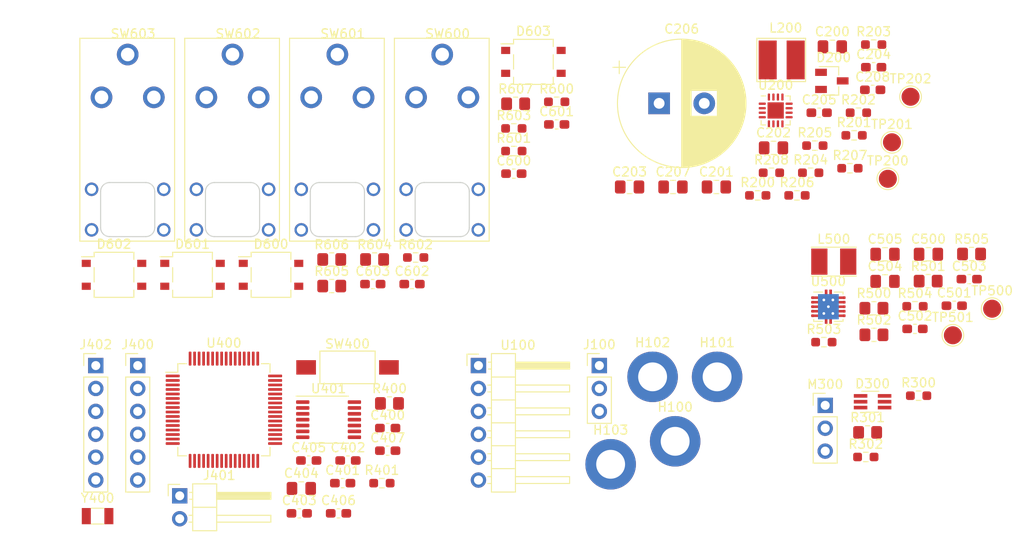
<source format=kicad_pcb>
(kicad_pcb (version 20171130) (host pcbnew "(5.1.10)-1")
  (layers (0 F.Cu signal) (31 B.Cu signal) (34 B.Paste user) (35 F.Paste user) (36 B.SilkS user) (37 F.SilkS user) (38 B.Mask user) (39 F.Mask user) (44 Edge.Cuts user))
  (net 0 "")
  (net 1 GND)
  (net 2 "/Power Storage/Vin")
  (net 3 "Net-(C205-Pad1)")
  (net 4 "Net-(C206-Pad1)")
  (net 5 "/Power Regulation/Vin")
  (net 6 +3V3)
  (net 7 "Net-(C405-Pad1)")
  (net 8 "Net-(C406-Pad1)")
  (net 9 /Microcontroller/~RST~_SBWTDI0)
  (net 10 "Net-(C500-Pad1)")
  (net 11 "Net-(C502-Pad1)")
  (net 12 "Net-(C503-Pad1)")
  (net 13 "/Button Generation/Button4")
  (net 14 "/Button Generation/Button3")
  (net 15 "/Button Generation/Button2")
  (net 16 "/Button Generation/Button1")
  (net 17 "Net-(D300-Pad6)")
  (net 18 "Net-(D300-Pad4)")
  (net 19 "Net-(D300-Pad3)")
  (net 20 "Net-(D300-Pad1)")
  (net 21 "Net-(D600-Pad4)")
  (net 22 "Net-(D600-Pad3)")
  (net 23 "Net-(D600-Pad1)")
  (net 24 "Net-(D601-Pad4)")
  (net 25 "Net-(D601-Pad3)")
  (net 26 "Net-(D601-Pad1)")
  (net 27 "Net-(D602-Pad4)")
  (net 28 "Net-(D602-Pad3)")
  (net 29 "Net-(D602-Pad1)")
  (net 30 "Net-(D603-Pad4)")
  (net 31 "Net-(D603-Pad3)")
  (net 32 "Net-(D603-Pad1)")
  (net 33 "/Power Regulation/Vout")
  (net 34 /Microcontroller/V_program)
  (net 35 /Microcontroller/P3.7)
  (net 36 /Microcontroller/P3.6)
  (net 37 /Microcontroller/P3.5)
  (net 38 /Microcontroller/P3.4)
  (net 39 /Microcontroller/P6.1_RxD)
  (net 40 /Microcontroller/P6.0_TxD)
  (net 41 /Microcontroller/P2.1_RXD)
  (net 42 /Microcontroller/P2.0_TXD)
  (net 43 /Microcontroller/TEST_SBWTCK)
  (net 44 "Net-(L200-Pad2)")
  (net 45 "Net-(L500-Pad2)")
  (net 46 "Net-(R200-Pad2)")
  (net 47 "Net-(R200-Pad1)")
  (net 48 "Net-(R202-Pad2)")
  (net 49 "Net-(R204-Pad2)")
  (net 50 "Net-(R205-Pad2)")
  (net 51 "Net-(R207-Pad1)")
  (net 52 /Microcontroller/GeneratorVcc)
  (net 53 "Net-(R400-Pad1)")
  (net 54 "Net-(R501-Pad2)")
  (net 55 "Net-(R502-Pad1)")
  (net 56 "Net-(R503-Pad2)")
  (net 57 /Microcontroller/P5.0)
  (net 58 /Microcontroller/P5.2)
  (net 59 /Microcontroller/P2.5)
  (net 60 /Microcontroller/P4.3)
  (net 61 /Microcontroller/P4.2)
  (net 62 /Microcontroller/P4.1)
  (net 63 /Microcontroller/VBAT_OK)
  (net 64 /Microcontroller/P2.6_OR_OUT)
  (net 65 /Microcontroller/SN_3B_IN)
  (net 66 /Microcontroller/SN_3A_IN)
  (module Crystal:Crystal_SMD_3215-2Pin_3.2x1.5mm (layer F.Cu) (at 97.57 134.06)
    (fp_text reference Y400 (at 0 -2) (layer F.SilkS))
    (fp_text value ECS-.327-12.5-34R-C-TR)
    (pad 2 smd rect (at -1.25 0) (size 1 1.8) (layers F.Cu F.Paste F.Mask) (net 7 "Net-(C405-Pad1)"))
    (pad 1 smd rect (at 1.25 0) (size 1 1.8) (layers F.Cu F.Paste F.Mask) (net 8 "Net-(C406-Pad1)"))
  )
  (module Package_SON:Texas_S-PVSON-N10_ThermalVias (layer F.Cu) (at 178.56 110.83)
    (fp_text reference U500 (at 0 -2.8) (layer F.SilkS))
    (fp_text value TPS61201DRC)
    (pad 11 smd rect (at 0 0) (size 2.3 2.8) (layers B.Cu) (net 1 GND))
    (pad 11 thru_hole circle (at -0.5 0.75) (size 0.6 0.6) (drill 0.3) (layers *.Cu *.Mask) (net 1 GND))
    (pad 11 thru_hole circle (at -0.5 -0.75) (size 0.6 0.6) (drill 0.3) (layers *.Cu *.Mask) (net 1 GND))
    (pad 11 thru_hole circle (at 0.5 -0.75) (size 0.6 0.6) (drill 0.3) (layers *.Cu *.Mask) (net 1 GND))
    (pad 11 thru_hole circle (at 0 0) (size 0.6 0.6) (drill 0.3) (layers *.Cu *.Mask) (net 1 GND))
    (pad 11 thru_hole circle (at 0.5 0.75) (size 0.6 0.6) (drill 0.3) (layers *.Cu *.Mask) (net 1 GND))
    (pad 10 smd oval (at 1.475 -1) (size 0.85 0.28) (layers F.Cu F.Paste F.Mask) (net 56 "Net-(R503-Pad2)"))
    (pad 9 smd oval (at 1.475 -0.5) (size 0.85 0.28) (layers F.Cu F.Paste F.Mask) (net 1 GND))
    (pad 8 smd oval (at 1.475 0) (size 0.85 0.28) (layers F.Cu F.Paste F.Mask) (net 55 "Net-(R502-Pad1)"))
    (pad 7 smd rect (at 1.76 0.5) (size 0.28 0.28) (layers F.Cu F.Paste F.Mask) (net 10 "Net-(C500-Pad1)"))
    (pad 6 smd rect (at 1.76 1) (size 0.28 0.28) (layers F.Cu F.Paste F.Mask) (net 54 "Net-(R501-Pad2)"))
    (pad 5 smd oval (at -1.475 1) (size 0.85 0.28) (layers F.Cu F.Paste F.Mask) (net 10 "Net-(C500-Pad1)"))
    (pad 4 smd rect (at -1.76 0.5) (size 0.28 0.28) (layers F.Cu F.Paste F.Mask) (net 1 GND))
    (pad 3 smd oval (at -1.475 0) (size 0.85 0.28) (layers F.Cu F.Paste F.Mask) (net 45 "Net-(L500-Pad2)"))
    (pad 2 smd rect (at -1.76 -0.5) (size 0.28 0.28) (layers F.Cu F.Paste F.Mask) (net 12 "Net-(C503-Pad1)"))
    (pad 1 smd rect (at -1.76 -1) (size 0.28 0.28) (layers F.Cu F.Paste F.Mask) (net 11 "Net-(C502-Pad1)"))
    (pad 11 smd rect (at 0 0) (size 1.65 2.4) (layers F.Cu F.Mask) (net 1 GND))
    (pad 11 smd rect (at 0.45 0.635) (size 0.68 1.05) (layers F.Cu F.Paste F.Mask) (net 1 GND))
    (pad 11 smd rect (at -0.45 0.635) (size 0.68 1.05) (layers F.Cu F.Paste F.Mask) (net 1 GND))
    (pad 11 smd rect (at 0.45 -0.635) (size 0.68 1.05) (layers F.Cu F.Paste F.Mask) (net 1 GND))
    (pad 11 smd rect (at 0.25 1.63) (size 0.26 0.5) (layers F.Cu F.Paste F.Mask) (net 1 GND))
    (pad 11 smd rect (at -0.25 1.63) (size 0.26 0.5) (layers F.Cu F.Paste F.Mask) (net 1 GND))
    (pad 11 smd rect (at 0.25 -1.63) (size 0.26 0.5) (layers F.Cu F.Paste F.Mask) (net 1 GND))
    (pad 11 smd rect (at 0.25 1.55) (size 0.28 0.7) (layers F.Cu F.Mask) (net 1 GND))
    (pad 11 smd rect (at -0.25 1.55) (size 0.28 0.7) (layers F.Cu F.Mask) (net 1 GND))
    (pad 11 smd rect (at 0.25 -1.55) (size 0.28 0.7) (layers F.Cu F.Mask) (net 1 GND))
    (pad 11 smd rect (at -0.25 -1.63) (size 0.26 0.5) (layers F.Cu F.Paste F.Mask) (net 1 GND))
    (pad 11 smd rect (at -0.25 -1.55) (size 0.28 0.7) (layers F.Cu F.Mask) (net 1 GND))
    (pad 11 smd rect (at -0.45 -0.635) (size 0.68 1.05) (layers F.Cu F.Paste F.Mask) (net 1 GND))
    (pad 10 smd rect (at 1.76 -1) (size 0.28 0.28) (layers F.Cu F.Paste F.Mask) (net 56 "Net-(R503-Pad2)"))
    (pad 9 smd rect (at 1.76 -0.5) (size 0.28 0.28) (layers F.Cu F.Paste F.Mask) (net 1 GND))
    (pad 8 smd rect (at 1.76 0) (size 0.28 0.28) (layers F.Cu F.Paste F.Mask) (net 55 "Net-(R502-Pad1)"))
    (pad 7 smd oval (at 1.475 0.5) (size 0.85 0.28) (layers F.Cu F.Paste F.Mask) (net 10 "Net-(C500-Pad1)"))
    (pad 6 smd oval (at 1.475 1) (size 0.85 0.28) (layers F.Cu F.Paste F.Mask) (net 54 "Net-(R501-Pad2)"))
    (pad 5 smd rect (at -1.76 1) (size 0.28 0.28) (layers F.Cu F.Paste F.Mask) (net 10 "Net-(C500-Pad1)"))
    (pad 4 smd oval (at -1.475 0.5) (size 0.85 0.28) (layers F.Cu F.Paste F.Mask) (net 1 GND))
    (pad 3 smd rect (at -1.76 0) (size 0.28 0.28) (layers F.Cu F.Paste F.Mask) (net 45 "Net-(L500-Pad2)"))
    (pad 2 smd oval (at -1.475 -0.5) (size 0.85 0.28) (layers F.Cu F.Paste F.Mask) (net 12 "Net-(C503-Pad1)"))
    (pad 1 smd oval (at -1.475 -1) (size 0.85 0.28) (layers F.Cu F.Paste F.Mask) (net 11 "Net-(C502-Pad1)"))
  )
  (module Package_SO:TSSOP-14_4.4x5mm_P0.65mm (layer F.Cu) (at 123.17 123.36)
    (fp_text reference U401 (at 0 -3.45) (layer F.SilkS))
    (fp_text value SN74HCS32)
    (pad 14 smd roundrect (at 2.8625 -1.95) (size 1.475 0.4) (layers F.Cu F.Paste F.Mask) (net 53 "Net-(R400-Pad1)"))
    (pad 13 smd roundrect (at 2.8625 -1.3) (size 1.475 0.4) (layers F.Cu F.Paste F.Mask))
    (pad 12 smd roundrect (at 2.8625 -0.65) (size 1.475 0.4) (layers F.Cu F.Paste F.Mask))
    (pad 11 smd roundrect (at 2.8625 0) (size 1.475 0.4) (layers F.Cu F.Paste F.Mask))
    (pad 10 smd roundrect (at 2.8625 0.65) (size 1.475 0.4) (layers F.Cu F.Paste F.Mask) (net 65 /Microcontroller/SN_3B_IN))
    (pad 9 smd roundrect (at 2.8625 1.3) (size 1.475 0.4) (layers F.Cu F.Paste F.Mask) (net 66 /Microcontroller/SN_3A_IN))
    (pad 8 smd roundrect (at 2.8625 1.95) (size 1.475 0.4) (layers F.Cu F.Paste F.Mask) (net 64 /Microcontroller/P2.6_OR_OUT))
    (pad 7 smd roundrect (at -2.8625 1.95) (size 1.475 0.4) (layers F.Cu F.Paste F.Mask) (net 1 GND))
    (pad 6 smd roundrect (at -2.8625 1.3) (size 1.475 0.4) (layers F.Cu F.Paste F.Mask) (net 65 /Microcontroller/SN_3B_IN))
    (pad 5 smd roundrect (at -2.8625 0.65) (size 1.475 0.4) (layers F.Cu F.Paste F.Mask) (net 13 "/Button Generation/Button4"))
    (pad 4 smd roundrect (at -2.8625 0) (size 1.475 0.4) (layers F.Cu F.Paste F.Mask) (net 14 "/Button Generation/Button3"))
    (pad 3 smd roundrect (at -2.8625 -0.65) (size 1.475 0.4) (layers F.Cu F.Paste F.Mask) (net 66 /Microcontroller/SN_3A_IN))
    (pad 2 smd roundrect (at -2.8625 -1.3) (size 1.475 0.4) (layers F.Cu F.Paste F.Mask) (net 15 "/Button Generation/Button2"))
    (pad 1 smd roundrect (at -2.8625 -1.95) (size 1.475 0.4) (layers F.Cu F.Paste F.Mask) (net 16 "/Button Generation/Button1"))
  )
  (module Package_QFP:LQFP-64_10x10mm_P0.5mm (layer F.Cu) (at 111.57 122.26)
    (fp_text reference U400 (at 0 -7.4) (layer F.SilkS))
    (fp_text value MSP430FR5994)
    (pad 64 smd roundrect (at -3.75 -5.675) (size 0.3 1.55) (layers F.Cu F.Paste F.Mask))
    (pad 63 smd roundrect (at -3.25 -5.675) (size 0.3 1.55) (layers F.Cu F.Paste F.Mask))
    (pad 62 smd roundrect (at -2.75 -5.675) (size 0.3 1.55) (layers F.Cu F.Paste F.Mask))
    (pad 61 smd roundrect (at -2.25 -5.675) (size 0.3 1.55) (layers F.Cu F.Paste F.Mask) (net 6 +3V3))
    (pad 60 smd roundrect (at -1.75 -5.675) (size 0.3 1.55) (layers F.Cu F.Paste F.Mask) (net 1 GND))
    (pad 59 smd roundrect (at -1.25 -5.675) (size 0.3 1.55) (layers F.Cu F.Paste F.Mask))
    (pad 58 smd roundrect (at -0.75 -5.675) (size 0.3 1.55) (layers F.Cu F.Paste F.Mask))
    (pad 57 smd roundrect (at -0.25 -5.675) (size 0.3 1.55) (layers F.Cu F.Paste F.Mask))
    (pad 56 smd roundrect (at 0.25 -5.675) (size 0.3 1.55) (layers F.Cu F.Paste F.Mask) (net 16 "/Button Generation/Button1"))
    (pad 55 smd roundrect (at 0.75 -5.675) (size 0.3 1.55) (layers F.Cu F.Paste F.Mask) (net 58 /Microcontroller/P5.2))
    (pad 54 smd roundrect (at 1.25 -5.675) (size 0.3 1.55) (layers F.Cu F.Paste F.Mask))
    (pad 53 smd roundrect (at 1.75 -5.675) (size 0.3 1.55) (layers F.Cu F.Paste F.Mask) (net 57 /Microcontroller/P5.0))
    (pad 52 smd roundrect (at 2.25 -5.675) (size 0.3 1.55) (layers F.Cu F.Paste F.Mask))
    (pad 51 smd roundrect (at 2.75 -5.675) (size 0.3 1.55) (layers F.Cu F.Paste F.Mask))
    (pad 50 smd roundrect (at 3.25 -5.675) (size 0.3 1.55) (layers F.Cu F.Paste F.Mask) (net 35 /Microcontroller/P3.7))
    (pad 49 smd roundrect (at 3.75 -5.675) (size 0.3 1.55) (layers F.Cu F.Paste F.Mask) (net 36 /Microcontroller/P3.6))
    (pad 48 smd roundrect (at 5.675 -3.75) (size 1.55 0.3) (layers F.Cu F.Paste F.Mask) (net 37 /Microcontroller/P3.5))
    (pad 47 smd roundrect (at 5.675 -3.25) (size 1.55 0.3) (layers F.Cu F.Paste F.Mask) (net 38 /Microcontroller/P3.4))
    (pad 46 smd roundrect (at 5.675 -2.75) (size 1.55 0.3) (layers F.Cu F.Paste F.Mask))
    (pad 45 smd roundrect (at 5.675 -2.25) (size 1.55 0.3) (layers F.Cu F.Paste F.Mask))
    (pad 44 smd roundrect (at 5.675 -1.75) (size 1.55 0.3) (layers F.Cu F.Paste F.Mask))
    (pad 43 smd roundrect (at 5.675 -1.25) (size 1.55 0.3) (layers F.Cu F.Paste F.Mask))
    (pad 42 smd roundrect (at 5.675 -0.75) (size 1.55 0.3) (layers F.Cu F.Paste F.Mask) (net 41 /Microcontroller/P2.1_RXD))
    (pad 41 smd roundrect (at 5.675 -0.25) (size 1.55 0.3) (layers F.Cu F.Paste F.Mask) (net 42 /Microcontroller/P2.0_TXD))
    (pad 40 smd roundrect (at 5.675 0.25) (size 1.55 0.3) (layers F.Cu F.Paste F.Mask) (net 6 +3V3))
    (pad 39 smd roundrect (at 5.675 0.75) (size 1.55 0.3) (layers F.Cu F.Paste F.Mask) (net 1 GND))
    (pad 38 smd roundrect (at 5.675 1.25) (size 1.55 0.3) (layers F.Cu F.Paste F.Mask) (net 9 /Microcontroller/~RST~_SBWTDI0))
    (pad 37 smd roundrect (at 5.675 1.75) (size 1.55 0.3) (layers F.Cu F.Paste F.Mask) (net 43 /Microcontroller/TEST_SBWTCK))
    (pad 36 smd roundrect (at 5.675 2.25) (size 1.55 0.3) (layers F.Cu F.Paste F.Mask) (net 64 /Microcontroller/P2.6_OR_OUT))
    (pad 35 smd roundrect (at 5.675 2.75) (size 1.55 0.3) (layers F.Cu F.Paste F.Mask) (net 59 /Microcontroller/P2.5))
    (pad 34 smd roundrect (at 5.675 3.25) (size 1.55 0.3) (layers F.Cu F.Paste F.Mask) (net 60 /Microcontroller/P4.3))
    (pad 33 smd roundrect (at 5.675 3.75) (size 1.55 0.3) (layers F.Cu F.Paste F.Mask) (net 61 /Microcontroller/P4.2))
    (pad 32 smd roundrect (at 3.75 5.675) (size 0.3 1.55) (layers F.Cu F.Paste F.Mask) (net 62 /Microcontroller/P4.1))
    (pad 31 smd roundrect (at 3.25 5.675) (size 0.3 1.55) (layers F.Cu F.Paste F.Mask))
    (pad 30 smd roundrect (at 2.75 5.675) (size 0.3 1.55) (layers F.Cu F.Paste F.Mask))
    (pad 29 smd roundrect (at 2.25 5.675) (size 0.3 1.55) (layers F.Cu F.Paste F.Mask))
    (pad 28 smd roundrect (at 1.75 5.675) (size 0.3 1.55) (layers F.Cu F.Paste F.Mask))
    (pad 27 smd roundrect (at 1.25 5.675) (size 0.3 1.55) (layers F.Cu F.Paste F.Mask))
    (pad 26 smd roundrect (at 0.75 5.675) (size 0.3 1.55) (layers F.Cu F.Paste F.Mask))
    (pad 25 smd roundrect (at 0.25 5.675) (size 0.3 1.55) (layers F.Cu F.Paste F.Mask))
    (pad 24 smd roundrect (at -0.25 5.675) (size 0.3 1.55) (layers F.Cu F.Paste F.Mask))
    (pad 23 smd roundrect (at -0.75 5.675) (size 0.3 1.55) (layers F.Cu F.Paste F.Mask))
    (pad 22 smd roundrect (at -1.25 5.675) (size 0.3 1.55) (layers F.Cu F.Paste F.Mask))
    (pad 21 smd roundrect (at -1.75 5.675) (size 0.3 1.55) (layers F.Cu F.Paste F.Mask))
    (pad 20 smd roundrect (at -2.25 5.675) (size 0.3 1.55) (layers F.Cu F.Paste F.Mask) (net 6 +3V3))
    (pad 19 smd roundrect (at -2.75 5.675) (size 0.3 1.55) (layers F.Cu F.Paste F.Mask) (net 1 GND))
    (pad 18 smd roundrect (at -3.25 5.675) (size 0.3 1.55) (layers F.Cu F.Paste F.Mask))
    (pad 17 smd roundrect (at -3.75 5.675) (size 0.3 1.55) (layers F.Cu F.Paste F.Mask))
    (pad 16 smd roundrect (at -5.675 3.75) (size 1.55 0.3) (layers F.Cu F.Paste F.Mask))
    (pad 15 smd roundrect (at -5.675 3.25) (size 1.55 0.3) (layers F.Cu F.Paste F.Mask))
    (pad 14 smd roundrect (at -5.675 2.75) (size 1.55 0.3) (layers F.Cu F.Paste F.Mask))
    (pad 13 smd roundrect (at -5.675 2.25) (size 1.55 0.3) (layers F.Cu F.Paste F.Mask))
    (pad 12 smd roundrect (at -5.675 1.75) (size 1.55 0.3) (layers F.Cu F.Paste F.Mask))
    (pad 11 smd roundrect (at -5.675 1.25) (size 1.55 0.3) (layers F.Cu F.Paste F.Mask))
    (pad 10 smd roundrect (at -5.675 0.75) (size 1.55 0.3) (layers F.Cu F.Paste F.Mask))
    (pad 9 smd roundrect (at -5.675 0.25) (size 1.55 0.3) (layers F.Cu F.Paste F.Mask) (net 39 /Microcontroller/P6.1_RxD))
    (pad 8 smd roundrect (at -5.675 -0.25) (size 1.55 0.3) (layers F.Cu F.Paste F.Mask) (net 40 /Microcontroller/P6.0_TxD))
    (pad 7 smd roundrect (at -5.675 -0.75) (size 1.55 0.3) (layers F.Cu F.Paste F.Mask))
    (pad 6 smd roundrect (at -5.675 -1.25) (size 1.55 0.3) (layers F.Cu F.Paste F.Mask))
    (pad 5 smd roundrect (at -5.675 -1.75) (size 1.55 0.3) (layers F.Cu F.Paste F.Mask) (net 63 /Microcontroller/VBAT_OK))
    (pad 4 smd roundrect (at -5.675 -2.25) (size 1.55 0.3) (layers F.Cu F.Paste F.Mask) (net 52 /Microcontroller/GeneratorVcc))
    (pad 3 smd roundrect (at -5.675 -2.75) (size 1.55 0.3) (layers F.Cu F.Paste F.Mask))
    (pad 2 smd roundrect (at -5.675 -3.25) (size 1.55 0.3) (layers F.Cu F.Paste F.Mask))
    (pad 1 smd roundrect (at -5.675 -3.75) (size 1.55 0.3) (layers F.Cu F.Paste F.Mask))
  )
  (module Package_DFN_QFN:VQFN-16-1EP_3x3mm_P0.5mm_EP1.8x1.8mm (layer F.Cu) (at 172.72 89.06)
    (fp_text reference U200 (at 0 -2.82) (layer F.SilkS))
    (fp_text value BQ25504)
    (pad 17 smd rect (at 0 0) (size 1.8 1.8) (layers F.Cu F.Mask) (net 1 GND))
    (pad 16 smd roundrect (at -0.75 -1.4875) (size 0.25 0.775) (layers F.Cu F.Paste F.Mask) (net 44 "Net-(L200-Pad2)"))
    (pad 15 smd roundrect (at -0.25 -1.4875) (size 0.25 0.775) (layers F.Cu F.Paste F.Mask) (net 5 "/Power Regulation/Vin"))
    (pad 14 smd roundrect (at 0.25 -1.4875) (size 0.25 0.775) (layers F.Cu F.Paste F.Mask) (net 4 "Net-(C206-Pad1)"))
    (pad 13 smd roundrect (at 0.75 -1.4875) (size 0.25 0.775) (layers F.Cu F.Paste F.Mask) (net 1 GND))
    (pad 12 smd roundrect (at 1.4875 -0.75) (size 0.775 0.25) (layers F.Cu F.Paste F.Mask) (net 1 GND))
    (pad 11 smd roundrect (at 1.4875 -0.25) (size 0.775 0.25) (layers F.Cu F.Paste F.Mask) (net 63 /Microcontroller/VBAT_OK))
    (pad 10 smd roundrect (at 1.4875 0.25) (size 0.775 0.25) (layers F.Cu F.Paste F.Mask) (net 50 "Net-(R205-Pad2)"))
    (pad 9 smd roundrect (at 1.4875 0.75) (size 0.775 0.25) (layers F.Cu F.Paste F.Mask) (net 49 "Net-(R204-Pad2)"))
    (pad 8 smd roundrect (at 0.75 1.4875) (size 0.25 0.775) (layers F.Cu F.Paste F.Mask) (net 48 "Net-(R202-Pad2)"))
    (pad 7 smd roundrect (at 0.25 1.4875) (size 0.25 0.775) (layers F.Cu F.Paste F.Mask) (net 47 "Net-(R200-Pad1)"))
    (pad 6 smd roundrect (at -0.25 1.4875) (size 0.25 0.775) (layers F.Cu F.Paste F.Mask) (net 46 "Net-(R200-Pad2)"))
    (pad 5 smd roundrect (at -0.75 1.4875) (size 0.25 0.775) (layers F.Cu F.Paste F.Mask) (net 1 GND))
    (pad 4 smd roundrect (at -1.4875 0.75) (size 0.775 0.25) (layers F.Cu F.Paste F.Mask) (net 3 "Net-(C205-Pad1)"))
    (pad 3 smd roundrect (at -1.4875 0.25) (size 0.775 0.25) (layers F.Cu F.Paste F.Mask) (net 51 "Net-(R207-Pad1)"))
    (pad 2 smd roundrect (at -1.4875 -0.25) (size 0.775 0.25) (layers F.Cu F.Paste F.Mask) (net 2 "/Power Storage/Vin"))
    (pad 1 smd roundrect (at -1.4875 -0.75) (size 0.775 0.25) (layers F.Cu F.Paste F.Mask) (net 1 GND))
  )
  (module Connector_PinHeader_2.54mm:PinHeader_1x06_P2.54mm_Horizontal (layer F.Cu) (at 139.78 117.36)
    (fp_text reference U100 (at 4.385 -2.27) (layer F.SilkS))
    (fp_text value E-Ink_Display_1.54Inch)
    (pad 6 thru_hole oval (at 0 12.7) (size 1.7 1.7) (drill 1) (layers *.Cu *.Mask) (net 57 /Microcontroller/P5.0))
    (pad 5 thru_hole oval (at 0 10.16) (size 1.7 1.7) (drill 1) (layers *.Cu *.Mask) (net 58 /Microcontroller/P5.2))
    (pad 4 thru_hole oval (at 0 7.62) (size 1.7 1.7) (drill 1) (layers *.Cu *.Mask) (net 59 /Microcontroller/P2.5))
    (pad 3 thru_hole oval (at 0 5.08) (size 1.7 1.7) (drill 1) (layers *.Cu *.Mask) (net 60 /Microcontroller/P4.3))
    (pad 2 thru_hole oval (at 0 2.54) (size 1.7 1.7) (drill 1) (layers *.Cu *.Mask) (net 61 /Microcontroller/P4.2))
    (pad 1 thru_hole rect (at 0 0) (size 1.7 1.7) (drill 1) (layers *.Cu *.Mask) (net 62 /Microcontroller/P4.1))
  )
  (module TestPoint:TestPoint_Pad_D2.0mm (layer F.Cu) (at 192.36 114)
    (fp_text reference TP501 (at 0 -1.998) (layer F.SilkS))
    (fp_text value TestPoint)
    (pad 1 smd circle (at 0 0) (size 2 2) (layers F.Cu F.Mask) (net 12 "Net-(C503-Pad1)"))
  )
  (module TestPoint:TestPoint_Pad_D2.0mm (layer F.Cu) (at 196.71 111.05)
    (fp_text reference TP500 (at 0 -1.998) (layer F.SilkS))
    (fp_text value TestPoint)
    (pad 1 smd circle (at 0 0) (size 2 2) (layers F.Cu F.Mask) (net 10 "Net-(C500-Pad1)"))
  )
  (module TestPoint:TestPoint_Pad_D2.0mm (layer F.Cu) (at 187.67 87.54)
    (fp_text reference TP202 (at 0 -1.998) (layer F.SilkS))
    (fp_text value TestPoint)
    (pad 1 smd circle (at 0 0) (size 2 2) (layers F.Cu F.Mask) (net 5 "/Power Regulation/Vin"))
  )
  (module TestPoint:TestPoint_Pad_D2.0mm (layer F.Cu) (at 185.61 92.59)
    (fp_text reference TP201 (at 0 -1.998) (layer F.SilkS))
    (fp_text value TestPoint)
    (pad 1 smd circle (at 0 0) (size 2 2) (layers F.Cu F.Mask) (net 4 "Net-(C206-Pad1)"))
  )
  (module TestPoint:TestPoint_Pad_D2.0mm (layer F.Cu) (at 185.15 96.64)
    (fp_text reference TP200 (at 0 -1.998) (layer F.SilkS))
    (fp_text value TestPoint)
    (pad 1 smd circle (at 0 0) (size 2 2) (layers F.Cu F.Mask) (net 2 "/Power Storage/Vin"))
  )
  (module batteryless_gaming_device:EH_switch (layer F.Cu) (at 101.105 84.055)
    (fp_text reference SW603 (at 0.4 -3.5) (layer F.SilkS))
    (fp_text value EH_switch)
    (fp_arc (start 1.8 14) (end 2.8 14) (angle -90) (layer Edge.Cuts) (width 0.12))
    (fp_arc (start 1.8 18) (end 1.8 19) (angle -90) (layer Edge.Cuts) (width 0.12))
    (fp_arc (start -2.2 18) (end -3.2 18) (angle -90) (layer Edge.Cuts) (width 0.12))
    (fp_arc (start -2.2 14) (end -2.2 13) (angle -90) (layer Edge.Cuts) (width 0.12))
    (fp_line (start 1.8 13) (end -2.2 13) (layer Edge.Cuts) (width 0.12))
    (fp_line (start -3.2 14) (end -3.2 18) (layer Edge.Cuts) (width 0.12))
    (fp_line (start -2.2 19) (end 1.8 19) (layer Edge.Cuts) (width 0.12))
    (fp_line (start 2.8 18) (end 2.8 14) (layer Edge.Cuts) (width 0.12))
    (pad 3 thru_hole circle (at -0.2 -1.2) (size 2.4 2.4) (drill 1.5) (layers *.Cu *.Mask) (net 30 "Net-(D603-Pad4)"))
    (pad 5 thru_hole circle (at 3.8 18.25) (size 1.5 1.5) (drill 1) (layers *.Cu *.Mask) (net 16 "/Button Generation/Button1"))
    (pad 4 thru_hole circle (at -4.2 18.25) (size 1.5 1.5) (drill 1) (layers *.Cu *.Mask) (net 16 "/Button Generation/Button1"))
    (pad 6 thru_hole circle (at -4.2 13.75) (size 1.5 1.5) (drill 1) (layers *.Cu *.Mask) (net 1 GND))
    (pad 7 thru_hole circle (at 3.8 13.75) (size 1.5 1.5) (drill 1) (layers *.Cu *.Mask) (net 1 GND))
    (pad "" np_thru_hole circle (at 0.925 4.15) (size 1.2 1.2) (drill 1.2) (layers *.Cu *.Mask))
    (pad "" np_thru_hole circle (at -1.325 4.15) (size 1.2 1.2) (drill 1.2) (layers *.Cu *.Mask))
    (pad 2 thru_hole circle (at -3.1 3.55) (size 2.4 2.4) (drill 1.5) (layers *.Cu *.Mask))
    (pad 1 thru_hole circle (at 2.7 3.55) (size 2.4 2.4) (drill 1.5) (layers *.Cu *.Mask) (net 31 "Net-(D603-Pad3)"))
  )
  (module batteryless_gaming_device:EH_switch (layer F.Cu) (at 112.725 84.055)
    (fp_text reference SW602 (at 0.4 -3.5) (layer F.SilkS))
    (fp_text value EH_switch)
    (fp_arc (start 1.8 14) (end 2.8 14) (angle -90) (layer Edge.Cuts) (width 0.12))
    (fp_arc (start 1.8 18) (end 1.8 19) (angle -90) (layer Edge.Cuts) (width 0.12))
    (fp_arc (start -2.2 18) (end -3.2 18) (angle -90) (layer Edge.Cuts) (width 0.12))
    (fp_arc (start -2.2 14) (end -2.2 13) (angle -90) (layer Edge.Cuts) (width 0.12))
    (fp_line (start 1.8 13) (end -2.2 13) (layer Edge.Cuts) (width 0.12))
    (fp_line (start -3.2 14) (end -3.2 18) (layer Edge.Cuts) (width 0.12))
    (fp_line (start -2.2 19) (end 1.8 19) (layer Edge.Cuts) (width 0.12))
    (fp_line (start 2.8 18) (end 2.8 14) (layer Edge.Cuts) (width 0.12))
    (pad 3 thru_hole circle (at -0.2 -1.2) (size 2.4 2.4) (drill 1.5) (layers *.Cu *.Mask) (net 27 "Net-(D602-Pad4)"))
    (pad 5 thru_hole circle (at 3.8 18.25) (size 1.5 1.5) (drill 1) (layers *.Cu *.Mask) (net 15 "/Button Generation/Button2"))
    (pad 4 thru_hole circle (at -4.2 18.25) (size 1.5 1.5) (drill 1) (layers *.Cu *.Mask) (net 15 "/Button Generation/Button2"))
    (pad 6 thru_hole circle (at -4.2 13.75) (size 1.5 1.5) (drill 1) (layers *.Cu *.Mask) (net 1 GND))
    (pad 7 thru_hole circle (at 3.8 13.75) (size 1.5 1.5) (drill 1) (layers *.Cu *.Mask) (net 1 GND))
    (pad "" np_thru_hole circle (at 0.925 4.15) (size 1.2 1.2) (drill 1.2) (layers *.Cu *.Mask))
    (pad "" np_thru_hole circle (at -1.325 4.15) (size 1.2 1.2) (drill 1.2) (layers *.Cu *.Mask))
    (pad 2 thru_hole circle (at -3.1 3.55) (size 2.4 2.4) (drill 1.5) (layers *.Cu *.Mask))
    (pad 1 thru_hole circle (at 2.7 3.55) (size 2.4 2.4) (drill 1.5) (layers *.Cu *.Mask) (net 28 "Net-(D602-Pad3)"))
  )
  (module batteryless_gaming_device:EH_switch (layer F.Cu) (at 124.345 84.055)
    (fp_text reference SW601 (at 0.4 -3.5) (layer F.SilkS))
    (fp_text value EH_switch)
    (fp_arc (start 1.8 14) (end 2.8 14) (angle -90) (layer Edge.Cuts) (width 0.12))
    (fp_arc (start 1.8 18) (end 1.8 19) (angle -90) (layer Edge.Cuts) (width 0.12))
    (fp_arc (start -2.2 18) (end -3.2 18) (angle -90) (layer Edge.Cuts) (width 0.12))
    (fp_arc (start -2.2 14) (end -2.2 13) (angle -90) (layer Edge.Cuts) (width 0.12))
    (fp_line (start 1.8 13) (end -2.2 13) (layer Edge.Cuts) (width 0.12))
    (fp_line (start -3.2 14) (end -3.2 18) (layer Edge.Cuts) (width 0.12))
    (fp_line (start -2.2 19) (end 1.8 19) (layer Edge.Cuts) (width 0.12))
    (fp_line (start 2.8 18) (end 2.8 14) (layer Edge.Cuts) (width 0.12))
    (pad 3 thru_hole circle (at -0.2 -1.2) (size 2.4 2.4) (drill 1.5) (layers *.Cu *.Mask) (net 24 "Net-(D601-Pad4)"))
    (pad 5 thru_hole circle (at 3.8 18.25) (size 1.5 1.5) (drill 1) (layers *.Cu *.Mask) (net 14 "/Button Generation/Button3"))
    (pad 4 thru_hole circle (at -4.2 18.25) (size 1.5 1.5) (drill 1) (layers *.Cu *.Mask) (net 14 "/Button Generation/Button3"))
    (pad 6 thru_hole circle (at -4.2 13.75) (size 1.5 1.5) (drill 1) (layers *.Cu *.Mask) (net 1 GND))
    (pad 7 thru_hole circle (at 3.8 13.75) (size 1.5 1.5) (drill 1) (layers *.Cu *.Mask) (net 1 GND))
    (pad "" np_thru_hole circle (at 0.925 4.15) (size 1.2 1.2) (drill 1.2) (layers *.Cu *.Mask))
    (pad "" np_thru_hole circle (at -1.325 4.15) (size 1.2 1.2) (drill 1.2) (layers *.Cu *.Mask))
    (pad 2 thru_hole circle (at -3.1 3.55) (size 2.4 2.4) (drill 1.5) (layers *.Cu *.Mask))
    (pad 1 thru_hole circle (at 2.7 3.55) (size 2.4 2.4) (drill 1.5) (layers *.Cu *.Mask) (net 25 "Net-(D601-Pad3)"))
  )
  (module batteryless_gaming_device:EH_switch (layer F.Cu) (at 135.965 84.055)
    (fp_text reference SW600 (at 0.4 -3.5) (layer F.SilkS))
    (fp_text value EH_switch)
    (fp_arc (start 1.8 14) (end 2.8 14) (angle -90) (layer Edge.Cuts) (width 0.12))
    (fp_arc (start 1.8 18) (end 1.8 19) (angle -90) (layer Edge.Cuts) (width 0.12))
    (fp_arc (start -2.2 18) (end -3.2 18) (angle -90) (layer Edge.Cuts) (width 0.12))
    (fp_arc (start -2.2 14) (end -2.2 13) (angle -90) (layer Edge.Cuts) (width 0.12))
    (fp_line (start 1.8 13) (end -2.2 13) (layer Edge.Cuts) (width 0.12))
    (fp_line (start -3.2 14) (end -3.2 18) (layer Edge.Cuts) (width 0.12))
    (fp_line (start -2.2 19) (end 1.8 19) (layer Edge.Cuts) (width 0.12))
    (fp_line (start 2.8 18) (end 2.8 14) (layer Edge.Cuts) (width 0.12))
    (pad 3 thru_hole circle (at -0.2 -1.2) (size 2.4 2.4) (drill 1.5) (layers *.Cu *.Mask) (net 21 "Net-(D600-Pad4)"))
    (pad 5 thru_hole circle (at 3.8 18.25) (size 1.5 1.5) (drill 1) (layers *.Cu *.Mask) (net 13 "/Button Generation/Button4"))
    (pad 4 thru_hole circle (at -4.2 18.25) (size 1.5 1.5) (drill 1) (layers *.Cu *.Mask) (net 13 "/Button Generation/Button4"))
    (pad 6 thru_hole circle (at -4.2 13.75) (size 1.5 1.5) (drill 1) (layers *.Cu *.Mask) (net 1 GND))
    (pad 7 thru_hole circle (at 3.8 13.75) (size 1.5 1.5) (drill 1) (layers *.Cu *.Mask) (net 1 GND))
    (pad "" np_thru_hole circle (at 0.925 4.15) (size 1.2 1.2) (drill 1.2) (layers *.Cu *.Mask))
    (pad "" np_thru_hole circle (at -1.325 4.15) (size 1.2 1.2) (drill 1.2) (layers *.Cu *.Mask))
    (pad 2 thru_hole circle (at -3.1 3.55) (size 2.4 2.4) (drill 1.5) (layers *.Cu *.Mask))
    (pad 1 thru_hole circle (at 2.7 3.55) (size 2.4 2.4) (drill 1.5) (layers *.Cu *.Mask) (net 22 "Net-(D600-Pad3)"))
  )
  (module Button_Switch_SMD:SW_SPST_FSMSM (layer F.Cu) (at 125.27 117.56)
    (fp_text reference SW400 (at 0 -2.6) (layer F.SilkS))
    (fp_text value FSMSM)
    (pad 2 smd rect (at 4.59 0) (size 2.18 1.6) (layers F.Cu F.Paste F.Mask) (net 9 /Microcontroller/~RST~_SBWTDI0))
    (pad 1 smd rect (at -4.59 0) (size 2.18 1.6) (layers F.Cu F.Paste F.Mask) (net 1 GND))
  )
  (module Resistor_SMD:R_0805_2012Metric_Pad1.20x1.40mm_HandSolder (layer F.Cu) (at 143.9 88.32)
    (fp_text reference R607 (at 0 -1.65) (layer F.SilkS))
    (fp_text value 0)
    (pad 2 smd roundrect (at 1 0) (size 1.2 1.4) (layers F.Cu F.Paste F.Mask) (roundrect_rratio 0.208333) (net 2 "/Power Storage/Vin"))
    (pad 1 smd roundrect (at -1 0) (size 1.2 1.4) (layers F.Cu F.Paste F.Mask) (roundrect_rratio 0.208333) (net 32 "Net-(D603-Pad1)"))
  )
  (module Resistor_SMD:R_0805_2012Metric_Pad1.20x1.40mm_HandSolder (layer F.Cu) (at 123.52 105.59)
    (fp_text reference R606 (at 0 -1.65) (layer F.SilkS))
    (fp_text value 0)
    (pad 2 smd roundrect (at 1 0) (size 1.2 1.4) (layers F.Cu F.Paste F.Mask) (roundrect_rratio 0.208333) (net 2 "/Power Storage/Vin"))
    (pad 1 smd roundrect (at -1 0) (size 1.2 1.4) (layers F.Cu F.Paste F.Mask) (roundrect_rratio 0.208333) (net 26 "Net-(D601-Pad1)"))
  )
  (module Resistor_SMD:R_0805_2012Metric_Pad1.20x1.40mm_HandSolder (layer F.Cu) (at 123.52 108.54)
    (fp_text reference R605 (at 0 -1.65) (layer F.SilkS))
    (fp_text value 0)
    (pad 2 smd roundrect (at 1 0) (size 1.2 1.4) (layers F.Cu F.Paste F.Mask) (roundrect_rratio 0.208333) (net 2 "/Power Storage/Vin"))
    (pad 1 smd roundrect (at -1 0) (size 1.2 1.4) (layers F.Cu F.Paste F.Mask) (roundrect_rratio 0.208333) (net 29 "Net-(D602-Pad1)"))
  )
  (module Resistor_SMD:R_0805_2012Metric_Pad1.20x1.40mm_HandSolder (layer F.Cu) (at 128.27 105.59)
    (fp_text reference R604 (at 0 -1.65) (layer F.SilkS))
    (fp_text value 0)
    (pad 2 smd roundrect (at 1 0) (size 1.2 1.4) (layers F.Cu F.Paste F.Mask) (roundrect_rratio 0.208333) (net 2 "/Power Storage/Vin"))
    (pad 1 smd roundrect (at -1 0) (size 1.2 1.4) (layers F.Cu F.Paste F.Mask) (roundrect_rratio 0.208333) (net 23 "Net-(D600-Pad1)"))
  )
  (module Resistor_SMD:R_0603_1608Metric_Pad0.98x0.95mm_HandSolder (layer F.Cu) (at 143.7 91.05)
    (fp_text reference R603 (at 0 -1.43) (layer F.SilkS))
    (fp_text value 1M)
    (pad 2 smd roundrect (at 0.9125 0) (size 0.975 0.95) (layers F.Cu F.Paste F.Mask) (net 6 +3V3))
    (pad 1 smd roundrect (at -0.9125 0) (size 0.975 0.95) (layers F.Cu F.Paste F.Mask) (net 16 "/Button Generation/Button1"))
  )
  (module Resistor_SMD:R_0603_1608Metric_Pad0.98x0.95mm_HandSolder (layer F.Cu) (at 132.82 105.37)
    (fp_text reference R602 (at 0 -1.43) (layer F.SilkS))
    (fp_text value 1M)
    (pad 2 smd roundrect (at 0.9125 0) (size 0.975 0.95) (layers F.Cu F.Paste F.Mask) (net 6 +3V3))
    (pad 1 smd roundrect (at -0.9125 0) (size 0.975 0.95) (layers F.Cu F.Paste F.Mask) (net 15 "/Button Generation/Button2"))
  )
  (module Resistor_SMD:R_0603_1608Metric_Pad0.98x0.95mm_HandSolder (layer F.Cu) (at 143.7 93.56)
    (fp_text reference R601 (at 0 -1.43) (layer F.SilkS))
    (fp_text value 1M)
    (pad 2 smd roundrect (at 0.9125 0) (size 0.975 0.95) (layers F.Cu F.Paste F.Mask) (net 6 +3V3))
    (pad 1 smd roundrect (at -0.9125 0) (size 0.975 0.95) (layers F.Cu F.Paste F.Mask) (net 14 "/Button Generation/Button3"))
  )
  (module Resistor_SMD:R_0603_1608Metric_Pad0.98x0.95mm_HandSolder (layer F.Cu) (at 148.45 88.1)
    (fp_text reference R600 (at 0 -1.43) (layer F.SilkS))
    (fp_text value 1M)
    (pad 2 smd roundrect (at 0.9125 0) (size 0.975 0.95) (layers F.Cu F.Paste F.Mask) (net 6 +3V3))
    (pad 1 smd roundrect (at -0.9125 0) (size 0.975 0.95) (layers F.Cu F.Paste F.Mask) (net 13 "/Button Generation/Button4"))
  )
  (module Resistor_SMD:R_0805_2012Metric_Pad1.20x1.40mm_HandSolder (layer F.Cu) (at 194.43 104.98)
    (fp_text reference R505 (at 0 -1.65) (layer F.SilkS))
    (fp_text value 0)
    (pad 2 smd roundrect (at 1 0) (size 1.2 1.4) (layers F.Cu F.Paste F.Mask) (roundrect_rratio 0.208333) (net 33 "/Power Regulation/Vout"))
    (pad 1 smd roundrect (at -1 0) (size 1.2 1.4) (layers F.Cu F.Paste F.Mask) (roundrect_rratio 0.208333) (net 12 "Net-(C503-Pad1)"))
  )
  (module Resistor_SMD:R_0603_1608Metric_Pad0.98x0.95mm_HandSolder (layer F.Cu) (at 188.16 110.78)
    (fp_text reference R504 (at 0 -1.43) (layer F.SilkS))
    (fp_text value 180k)
    (pad 2 smd roundrect (at 0.9125 0) (size 0.975 0.95) (layers F.Cu F.Paste F.Mask) (net 1 GND))
    (pad 1 smd roundrect (at -0.9125 0) (size 0.975 0.95) (layers F.Cu F.Paste F.Mask) (net 56 "Net-(R503-Pad2)"))
  )
  (module Resistor_SMD:R_0603_1608Metric_Pad0.98x0.95mm_HandSolder (layer F.Cu) (at 178.06 114.76)
    (fp_text reference R503 (at 0 -1.43) (layer F.SilkS))
    (fp_text value 1M)
    (pad 2 smd roundrect (at 0.9125 0) (size 0.975 0.95) (layers F.Cu F.Paste F.Mask) (net 56 "Net-(R503-Pad2)"))
    (pad 1 smd roundrect (at -0.9125 0) (size 0.975 0.95) (layers F.Cu F.Paste F.Mask) (net 12 "Net-(C503-Pad1)"))
  )
  (module Resistor_SMD:R_0805_2012Metric_Pad1.20x1.40mm_HandSolder (layer F.Cu) (at 183.61 113.95)
    (fp_text reference R502 (at 0 -1.65) (layer F.SilkS))
    (fp_text value 0)
    (pad 2 smd roundrect (at 1 0) (size 1.2 1.4) (layers F.Cu F.Paste F.Mask) (roundrect_rratio 0.208333) (net 1 GND))
    (pad 1 smd roundrect (at -1 0) (size 1.2 1.4) (layers F.Cu F.Paste F.Mask) (roundrect_rratio 0.208333) (net 55 "Net-(R502-Pad1)"))
  )
  (module Resistor_SMD:R_0805_2012Metric_Pad1.20x1.40mm_HandSolder (layer F.Cu) (at 189.62 107.99)
    (fp_text reference R501 (at 0 -1.65) (layer F.SilkS))
    (fp_text value 0)
    (pad 2 smd roundrect (at 1 0) (size 1.2 1.4) (layers F.Cu F.Paste F.Mask) (roundrect_rratio 0.208333) (net 54 "Net-(R501-Pad2)"))
    (pad 1 smd roundrect (at -1 0) (size 1.2 1.4) (layers F.Cu F.Paste F.Mask) (roundrect_rratio 0.208333) (net 10 "Net-(C500-Pad1)"))
  )
  (module Resistor_SMD:R_0805_2012Metric_Pad1.20x1.40mm_HandSolder (layer F.Cu) (at 183.61 111)
    (fp_text reference R500 (at 0 -1.65) (layer F.SilkS))
    (fp_text value 0)
    (pad 2 smd roundrect (at 1 0) (size 1.2 1.4) (layers F.Cu F.Paste F.Mask) (roundrect_rratio 0.208333) (net 10 "Net-(C500-Pad1)"))
    (pad 1 smd roundrect (at -1 0) (size 1.2 1.4) (layers F.Cu F.Paste F.Mask) (roundrect_rratio 0.208333) (net 5 "/Power Regulation/Vin"))
  )
  (module Resistor_SMD:R_0603_1608Metric_Pad0.98x0.95mm_HandSolder (layer F.Cu) (at 129.08 130.4)
    (fp_text reference R401 (at 0 -1.43) (layer F.SilkS))
    (fp_text value 47k)
    (pad 2 smd roundrect (at 0.9125 0) (size 0.975 0.95) (layers F.Cu F.Paste F.Mask) (net 9 /Microcontroller/~RST~_SBWTDI0))
    (pad 1 smd roundrect (at -0.9125 0) (size 0.975 0.95) (layers F.Cu F.Paste F.Mask) (net 6 +3V3))
  )
  (module Resistor_SMD:R_0805_2012Metric_Pad1.20x1.40mm_HandSolder (layer F.Cu) (at 129.92 121.56)
    (fp_text reference R400 (at 0 -1.65) (layer F.SilkS))
    (fp_text value 0)
    (pad 2 smd roundrect (at 1 0) (size 1.2 1.4) (layers F.Cu F.Paste F.Mask) (roundrect_rratio 0.208333) (net 6 +3V3))
    (pad 1 smd roundrect (at -1 0) (size 1.2 1.4) (layers F.Cu F.Paste F.Mask) (roundrect_rratio 0.208333) (net 53 "Net-(R400-Pad1)"))
  )
  (module Resistor_SMD:R_0603_1608Metric_Pad0.98x0.95mm_HandSolder (layer F.Cu) (at 182.71 127.5)
    (fp_text reference R302 (at 0 -1.43) (layer F.SilkS))
    (fp_text value 1M)
    (pad 2 smd roundrect (at 0.9125 0) (size 0.975 0.95) (layers F.Cu F.Paste F.Mask) (net 52 /Microcontroller/GeneratorVcc))
    (pad 1 smd roundrect (at -0.9125 0) (size 0.975 0.95) (layers F.Cu F.Paste F.Mask) (net 1 GND))
  )
  (module Resistor_SMD:R_0805_2012Metric_Pad1.20x1.40mm_HandSolder (layer F.Cu) (at 182.91 124.77)
    (fp_text reference R301 (at 0 -1.65) (layer F.SilkS))
    (fp_text value 0)
    (pad 2 smd roundrect (at 1 0) (size 1.2 1.4) (layers F.Cu F.Paste F.Mask) (roundrect_rratio 0.208333) (net 2 "/Power Storage/Vin"))
    (pad 1 smd roundrect (at -1 0) (size 1.2 1.4) (layers F.Cu F.Paste F.Mask) (roundrect_rratio 0.208333) (net 18 "Net-(D300-Pad4)"))
  )
  (module Resistor_SMD:R_0603_1608Metric_Pad0.98x0.95mm_HandSolder (layer F.Cu) (at 188.56 120.7)
    (fp_text reference R300 (at 0 -1.43) (layer F.SilkS))
    (fp_text value 1M)
    (pad 2 smd roundrect (at 0.9125 0) (size 0.975 0.95) (layers F.Cu F.Paste F.Mask) (net 18 "Net-(D300-Pad4)"))
    (pad 1 smd roundrect (at -0.9125 0) (size 0.975 0.95) (layers F.Cu F.Paste F.Mask) (net 52 /Microcontroller/GeneratorVcc))
  )
  (module Resistor_SMD:R_0603_1608Metric_Pad0.98x0.95mm_HandSolder (layer F.Cu) (at 172.25 95.97)
    (fp_text reference R208 (at 0 -1.43) (layer F.SilkS))
    (fp_text value 10M)
    (pad 2 smd roundrect (at 0.9125 0) (size 0.975 0.95) (layers F.Cu F.Paste F.Mask) (net 51 "Net-(R207-Pad1)"))
    (pad 1 smd roundrect (at -0.9125 0) (size 0.975 0.95) (layers F.Cu F.Paste F.Mask) (net 2 "/Power Storage/Vin"))
  )
  (module Resistor_SMD:R_0603_1608Metric_Pad0.98x0.95mm_HandSolder (layer F.Cu) (at 180.95 95.47)
    (fp_text reference R207 (at 0 -1.43) (layer F.SilkS))
    (fp_text value 10M)
    (pad 2 smd roundrect (at 0.9125 0) (size 0.975 0.95) (layers F.Cu F.Paste F.Mask) (net 1 GND))
    (pad 1 smd roundrect (at -0.9125 0) (size 0.975 0.95) (layers F.Cu F.Paste F.Mask) (net 51 "Net-(R207-Pad1)"))
  )
  (module Resistor_SMD:R_0603_1608Metric_Pad0.98x0.95mm_HandSolder (layer F.Cu) (at 175.08 98.48)
    (fp_text reference R206 (at 0 -1.43) (layer F.SilkS))
    (fp_text value 6.98M)
    (pad 2 smd roundrect (at 0.9125 0) (size 0.975 0.95) (layers F.Cu F.Paste F.Mask) (net 1 GND))
    (pad 1 smd roundrect (at -0.9125 0) (size 0.975 0.95) (layers F.Cu F.Paste F.Mask) (net 50 "Net-(R205-Pad2)"))
  )
  (module Resistor_SMD:R_0603_1608Metric_Pad0.98x0.95mm_HandSolder (layer F.Cu) (at 177.06 92.96)
    (fp_text reference R205 (at 0 -1.43) (layer F.SilkS))
    (fp_text value 1.4M)
    (pad 2 smd roundrect (at 0.9125 0) (size 0.975 0.95) (layers F.Cu F.Paste F.Mask) (net 50 "Net-(R205-Pad2)"))
    (pad 1 smd roundrect (at -0.9125 0) (size 0.975 0.95) (layers F.Cu F.Paste F.Mask) (net 49 "Net-(R204-Pad2)"))
  )
  (module Resistor_SMD:R_0603_1608Metric_Pad0.98x0.95mm_HandSolder (layer F.Cu) (at 176.6 95.97)
    (fp_text reference R204 (at 0 -1.43) (layer F.SilkS))
    (fp_text value 1.69M)
    (pad 2 smd roundrect (at 0.9125 0) (size 0.975 0.95) (layers F.Cu F.Paste F.Mask) (net 49 "Net-(R204-Pad2)"))
    (pad 1 smd roundrect (at -0.9125 0) (size 0.975 0.95) (layers F.Cu F.Paste F.Mask) (net 47 "Net-(R200-Pad1)"))
  )
  (module Resistor_SMD:R_0603_1608Metric_Pad0.98x0.95mm_HandSolder (layer F.Cu) (at 183.58 81.75)
    (fp_text reference R203 (at 0 -1.43) (layer F.SilkS))
    (fp_text value 9.76M)
    (pad 2 smd roundrect (at 0.9125 0) (size 0.975 0.95) (layers F.Cu F.Paste F.Mask) (net 1 GND))
    (pad 1 smd roundrect (at -0.9125 0) (size 0.975 0.95) (layers F.Cu F.Paste F.Mask) (net 48 "Net-(R202-Pad2)"))
  )
  (module Resistor_SMD:R_0603_1608Metric_Pad0.98x0.95mm_HandSolder (layer F.Cu) (at 181.89 89.31)
    (fp_text reference R202 (at 0 -1.43) (layer F.SilkS))
    (fp_text value 0.39M)
    (pad 2 smd roundrect (at 0.9125 0) (size 0.975 0.95) (layers F.Cu F.Paste F.Mask) (net 48 "Net-(R202-Pad2)"))
    (pad 1 smd roundrect (at -0.9125 0) (size 0.975 0.95) (layers F.Cu F.Paste F.Mask) (net 47 "Net-(R200-Pad1)"))
  )
  (module Resistor_SMD:R_0603_1608Metric_Pad0.98x0.95mm_HandSolder (layer F.Cu) (at 181.41 91.82)
    (fp_text reference R201 (at 0 -1.43) (layer F.SilkS))
    (fp_text value 4.53M)
    (pad 2 smd roundrect (at 0.9125 0) (size 0.975 0.95) (layers F.Cu F.Paste F.Mask) (net 1 GND))
    (pad 1 smd roundrect (at -0.9125 0) (size 0.975 0.95) (layers F.Cu F.Paste F.Mask) (net 46 "Net-(R200-Pad2)"))
  )
  (module Resistor_SMD:R_0603_1608Metric_Pad0.98x0.95mm_HandSolder (layer F.Cu) (at 170.73 98.48)
    (fp_text reference R200 (at 0 -1.43) (layer F.SilkS))
    (fp_text value 5.62M)
    (pad 2 smd roundrect (at 0.9125 0) (size 0.975 0.95) (layers F.Cu F.Paste F.Mask) (net 46 "Net-(R200-Pad2)"))
    (pad 1 smd roundrect (at -0.9125 0) (size 0.975 0.95) (layers F.Cu F.Paste F.Mask) (net 47 "Net-(R200-Pad1)"))
  )
  (module Connector_PinHeader_2.54mm:PinHeader_1x03_P2.54mm_Vertical (layer F.Cu) (at 178.21 121.77)
    (fp_text reference M300 (at 0 -2.33) (layer F.SilkS))
    (fp_text value "Hand Generator")
    (pad 3 thru_hole oval (at 0 5.08) (size 1.7 1.7) (drill 1) (layers *.Cu *.Mask) (net 17 "Net-(D300-Pad6)"))
    (pad 2 thru_hole oval (at 0 2.54) (size 1.7 1.7) (drill 1) (layers *.Cu *.Mask) (net 19 "Net-(D300-Pad3)"))
    (pad 1 thru_hole rect (at 0 0) (size 1.7 1.7) (drill 1) (layers *.Cu *.Mask) (net 20 "Net-(D300-Pad1)"))
  )
  (module Inductor_SMD:L_Taiyo-Yuden_NR-30xx_HandSoldering (layer F.Cu) (at 179.16 105.83)
    (fp_text reference L500 (at 0 -2.5) (layer F.SilkS))
    (fp_text value 2.2u)
    (pad 2 smd rect (at 1.6 0) (size 1.8 2.9) (layers F.Cu F.Paste F.Mask) (net 45 "Net-(L500-Pad2)"))
    (pad 1 smd rect (at -1.6 0) (size 1.8 2.9) (layers F.Cu F.Paste F.Mask) (net 10 "Net-(C500-Pad1)"))
  )
  (module batteryless_gaming_device:L_Wuerth-3816_6.3x6.3mm (layer F.Cu) (at 171.235 83.455)
    (fp_text reference L200 (at 2.6 -3.55) (layer F.SilkS))
    (fp_text value 22u)
    (pad 2 smd rect (at 3.7 0) (size 2 4.3) (layers F.Cu F.Paste F.Mask) (net 44 "Net-(L200-Pad2)"))
    (pad 1 smd rect (at 0.6 0) (size 2 4.3) (layers F.Cu F.Paste F.Mask) (net 2 "/Power Storage/Vin"))
  )
  (module Connector_PinHeader_2.54mm:PinHeader_1x06_P2.54mm_Vertical (layer F.Cu) (at 97.37 117.36)
    (fp_text reference J402 (at 0 -2.33) (layer F.SilkS))
    (fp_text value Program_Header)
    (pad 6 thru_hole oval (at 0 12.7) (size 1.7 1.7) (drill 1) (layers *.Cu *.Mask) (net 1 GND))
    (pad 5 thru_hole oval (at 0 10.16) (size 1.7 1.7) (drill 1) (layers *.Cu *.Mask) (net 34 /Microcontroller/V_program))
    (pad 4 thru_hole oval (at 0 7.62) (size 1.7 1.7) (drill 1) (layers *.Cu *.Mask) (net 41 /Microcontroller/P2.1_RXD))
    (pad 3 thru_hole oval (at 0 5.08) (size 1.7 1.7) (drill 1) (layers *.Cu *.Mask) (net 42 /Microcontroller/P2.0_TXD))
    (pad 2 thru_hole oval (at 0 2.54) (size 1.7 1.7) (drill 1) (layers *.Cu *.Mask) (net 9 /Microcontroller/~RST~_SBWTDI0))
    (pad 1 thru_hole rect (at 0 0) (size 1.7 1.7) (drill 1) (layers *.Cu *.Mask) (net 43 /Microcontroller/TEST_SBWTCK))
  )
  (module Connector_PinHeader_2.54mm:PinHeader_1x02_P2.54mm_Horizontal (layer F.Cu) (at 106.67 131.81)
    (fp_text reference J401 (at 4.385 -2.27) (layer F.SilkS))
    (fp_text value Multiplayer_Connector)
    (pad 2 thru_hole oval (at 0 2.54) (size 1.7 1.7) (drill 1) (layers *.Cu *.Mask) (net 39 /Microcontroller/P6.1_RxD))
    (pad 1 thru_hole rect (at 0 0) (size 1.7 1.7) (drill 1) (layers *.Cu *.Mask) (net 40 /Microcontroller/P6.0_TxD))
  )
  (module Connector_PinHeader_2.54mm:PinHeader_1x06_P2.54mm_Vertical (layer F.Cu) (at 102.02 117.36)
    (fp_text reference J400 (at 0 -2.33) (layer F.SilkS))
    (fp_text value GPIO_breakout)
    (pad 6 thru_hole oval (at 0 12.7) (size 1.7 1.7) (drill 1) (layers *.Cu *.Mask) (net 1 GND))
    (pad 5 thru_hole oval (at 0 10.16) (size 1.7 1.7) (drill 1) (layers *.Cu *.Mask) (net 35 /Microcontroller/P3.7))
    (pad 4 thru_hole oval (at 0 7.62) (size 1.7 1.7) (drill 1) (layers *.Cu *.Mask) (net 36 /Microcontroller/P3.6))
    (pad 3 thru_hole oval (at 0 5.08) (size 1.7 1.7) (drill 1) (layers *.Cu *.Mask) (net 37 /Microcontroller/P3.5))
    (pad 2 thru_hole oval (at 0 2.54) (size 1.7 1.7) (drill 1) (layers *.Cu *.Mask) (net 38 /Microcontroller/P3.4))
    (pad 1 thru_hole rect (at 0 0) (size 1.7 1.7) (drill 1) (layers *.Cu *.Mask) (net 6 +3V3))
  )
  (module Connector_PinHeader_2.54mm:PinHeader_1x03_P2.54mm_Vertical (layer F.Cu) (at 153.18 117.36)
    (fp_text reference J100 (at 0 -2.33) (layer F.SilkS))
    (fp_text value "Voltage Source Select")
    (pad 3 thru_hole oval (at 0 5.08) (size 1.7 1.7) (drill 1) (layers *.Cu *.Mask) (net 33 "/Power Regulation/Vout"))
    (pad 2 thru_hole oval (at 0 2.54) (size 1.7 1.7) (drill 1) (layers *.Cu *.Mask) (net 6 +3V3))
    (pad 1 thru_hole rect (at 0 0) (size 1.7 1.7) (drill 1) (layers *.Cu *.Mask) (net 34 /Microcontroller/V_program))
  )
  (module MountingHole:MountingHole_3.2mm_M3_DIN965_Pad (layer F.Cu) (at 154.43 128.31)
    (fp_text reference H103 (at 0 -3.8) (layer F.SilkS))
    (fp_text value MountingHole_Pad)
    (pad 1 thru_hole circle (at 0 0) (size 5.6 5.6) (drill 3.2) (layers *.Cu *.Mask) (net 1 GND))
  )
  (module MountingHole:MountingHole_3.2mm_M3_DIN965_Pad (layer F.Cu) (at 159.08 118.61)
    (fp_text reference H102 (at 0 -3.8) (layer F.SilkS))
    (fp_text value MountingHole_Pad)
    (pad 1 thru_hole circle (at 0 0) (size 5.6 5.6) (drill 3.2) (layers *.Cu *.Mask) (net 1 GND))
  )
  (module MountingHole:MountingHole_3.2mm_M3_DIN965_Pad (layer F.Cu) (at 166.23 118.61)
    (fp_text reference H101 (at 0 -3.8) (layer F.SilkS))
    (fp_text value MountingHole_Pad)
    (pad 1 thru_hole circle (at 0 0) (size 5.6 5.6) (drill 3.2) (layers *.Cu *.Mask) (net 1 GND))
  )
  (module MountingHole:MountingHole_3.2mm_M3_DIN965_Pad (layer F.Cu) (at 161.58 125.76)
    (fp_text reference H100 (at 0 -3.8) (layer F.SilkS))
    (fp_text value MountingHole_Pad)
    (pad 1 thru_hole circle (at 0 0) (size 5.6 5.6) (drill 3.2) (layers *.Cu *.Mask) (net 1 GND))
  )
  (module Package_TO_SOT_SMD:TO-269AA (layer F.Cu) (at 145.87 83.67)
    (fp_text reference D603 (at 0 -3.4) (layer F.SilkS))
    (fp_text value D_Bridge_+-AA)
    (pad 4 smd rect (at 3.075 -1.27) (size 1 0.8) (layers F.Cu F.Paste F.Mask) (net 30 "Net-(D603-Pad4)"))
    (pad 3 smd rect (at 3.075 1.27) (size 1 0.8) (layers F.Cu F.Paste F.Mask) (net 31 "Net-(D603-Pad3)"))
    (pad 2 smd rect (at -3.075 1.27) (size 1 0.8) (layers F.Cu F.Paste F.Mask) (net 1 GND))
    (pad 1 smd rect (at -3.075 -1.27) (size 1 0.8) (layers F.Cu F.Paste F.Mask) (net 32 "Net-(D603-Pad1)"))
  )
  (module Package_TO_SOT_SMD:TO-269AA (layer F.Cu) (at 99.39 107.29)
    (fp_text reference D602 (at 0 -3.4) (layer F.SilkS))
    (fp_text value D_Bridge_+-AA)
    (pad 4 smd rect (at 3.075 -1.27) (size 1 0.8) (layers F.Cu F.Paste F.Mask) (net 27 "Net-(D602-Pad4)"))
    (pad 3 smd rect (at 3.075 1.27) (size 1 0.8) (layers F.Cu F.Paste F.Mask) (net 28 "Net-(D602-Pad3)"))
    (pad 2 smd rect (at -3.075 1.27) (size 1 0.8) (layers F.Cu F.Paste F.Mask) (net 1 GND))
    (pad 1 smd rect (at -3.075 -1.27) (size 1 0.8) (layers F.Cu F.Paste F.Mask) (net 29 "Net-(D602-Pad1)"))
  )
  (module Package_TO_SOT_SMD:TO-269AA (layer F.Cu) (at 108.09 107.29)
    (fp_text reference D601 (at 0 -3.4) (layer F.SilkS))
    (fp_text value D_Bridge_+-AA)
    (pad 4 smd rect (at 3.075 -1.27) (size 1 0.8) (layers F.Cu F.Paste F.Mask) (net 24 "Net-(D601-Pad4)"))
    (pad 3 smd rect (at 3.075 1.27) (size 1 0.8) (layers F.Cu F.Paste F.Mask) (net 25 "Net-(D601-Pad3)"))
    (pad 2 smd rect (at -3.075 1.27) (size 1 0.8) (layers F.Cu F.Paste F.Mask) (net 1 GND))
    (pad 1 smd rect (at -3.075 -1.27) (size 1 0.8) (layers F.Cu F.Paste F.Mask) (net 26 "Net-(D601-Pad1)"))
  )
  (module Package_TO_SOT_SMD:TO-269AA (layer F.Cu) (at 116.79 107.29)
    (fp_text reference D600 (at 0 -3.4) (layer F.SilkS))
    (fp_text value D_Bridge_+-AA)
    (pad 4 smd rect (at 3.075 -1.27) (size 1 0.8) (layers F.Cu F.Paste F.Mask) (net 21 "Net-(D600-Pad4)"))
    (pad 3 smd rect (at 3.075 1.27) (size 1 0.8) (layers F.Cu F.Paste F.Mask) (net 22 "Net-(D600-Pad3)"))
    (pad 2 smd rect (at -3.075 1.27) (size 1 0.8) (layers F.Cu F.Paste F.Mask) (net 1 GND))
    (pad 1 smd rect (at -3.075 -1.27) (size 1 0.8) (layers F.Cu F.Paste F.Mask) (net 23 "Net-(D600-Pad1)"))
  )
  (module Package_TO_SOT_SMD:SOT-363_SC-70-6_Handsoldering (layer F.Cu) (at 183.46 121.37)
    (fp_text reference D300 (at 0 -2) (layer F.SilkS))
    (fp_text value SDA006)
    (pad 6 smd rect (at 1.33 -0.65) (size 1.5 0.4) (layers F.Cu F.Paste F.Mask) (net 17 "Net-(D300-Pad6)"))
    (pad 5 smd rect (at 1.33 0) (size 1.5 0.4) (layers F.Cu F.Paste F.Mask) (net 18 "Net-(D300-Pad4)"))
    (pad 4 smd rect (at 1.33 0.65) (size 1.5 0.4) (layers F.Cu F.Paste F.Mask) (net 18 "Net-(D300-Pad4)"))
    (pad 3 smd rect (at -1.33 0.65) (size 1.5 0.4) (layers F.Cu F.Paste F.Mask) (net 19 "Net-(D300-Pad3)"))
    (pad 2 smd rect (at -1.33 0) (size 1.5 0.4) (layers F.Cu F.Paste F.Mask) (net 1 GND))
    (pad 1 smd rect (at -1.33 -0.65) (size 1.5 0.4) (layers F.Cu F.Paste F.Mask) (net 20 "Net-(D300-Pad1)"))
  )
  (module batteryless_gaming_device:D_SOT-23_ANK_HandSoldering (layer F.Cu) (at 178.744999 85.78)
    (fp_text reference D200 (at 0.4 -2.6) (layer F.SilkS))
    (fp_text value BZX84Cxx)
    (pad 2 smd rect (at -1 -0.95) (size 1.3 0.8) (layers F.Cu F.Paste F.Mask) (net 1 GND))
    (pad 1 smd rect (at 1.4 0) (size 1.3 0.8) (layers F.Cu F.Paste F.Mask) (net 2 "/Power Storage/Vin"))
    (pad "" smd rect (at -1 0.95) (size 1.3 0.8) (layers F.Cu F.Paste F.Mask))
  )
  (module Capacitor_SMD:C_0603_1608Metric_Pad1.08x0.95mm_HandSolder (layer F.Cu) (at 128.07 108.32)
    (fp_text reference C603 (at 0 -1.43) (layer F.SilkS))
    (fp_text value 1nF)
    (pad 2 smd roundrect (at 0.8625 0) (size 1.075 0.95) (layers F.Cu F.Paste F.Mask) (net 6 +3V3))
    (pad 1 smd roundrect (at -0.8625 0) (size 1.075 0.95) (layers F.Cu F.Paste F.Mask) (net 16 "/Button Generation/Button1"))
  )
  (module Capacitor_SMD:C_0603_1608Metric_Pad1.08x0.95mm_HandSolder (layer F.Cu) (at 132.42 108.32)
    (fp_text reference C602 (at 0 -1.43) (layer F.SilkS))
    (fp_text value 1nF)
    (pad 2 smd roundrect (at 0.8625 0) (size 1.075 0.95) (layers F.Cu F.Paste F.Mask) (net 6 +3V3))
    (pad 1 smd roundrect (at -0.8625 0) (size 1.075 0.95) (layers F.Cu F.Paste F.Mask) (net 15 "/Button Generation/Button2"))
  )
  (module Capacitor_SMD:C_0603_1608Metric_Pad1.08x0.95mm_HandSolder (layer F.Cu) (at 148.45 90.61)
    (fp_text reference C601 (at 0 -1.43) (layer F.SilkS))
    (fp_text value 1nF)
    (pad 2 smd roundrect (at 0.8625 0) (size 1.075 0.95) (layers F.Cu F.Paste F.Mask) (net 6 +3V3))
    (pad 1 smd roundrect (at -0.8625 0) (size 1.075 0.95) (layers F.Cu F.Paste F.Mask) (net 14 "/Button Generation/Button3"))
  )
  (module Capacitor_SMD:C_0603_1608Metric_Pad1.08x0.95mm_HandSolder (layer F.Cu) (at 143.7 96.07)
    (fp_text reference C600 (at 0 -1.43) (layer F.SilkS))
    (fp_text value 1nF)
    (pad 2 smd roundrect (at 0.8625 0) (size 1.075 0.95) (layers F.Cu F.Paste F.Mask) (net 6 +3V3))
    (pad 1 smd roundrect (at -0.8625 0) (size 1.075 0.95) (layers F.Cu F.Paste F.Mask) (net 13 "/Button Generation/Button4"))
  )
  (module Capacitor_SMD:C_0805_2012Metric_Pad1.18x1.45mm_HandSolder (layer F.Cu) (at 184.84 105.01)
    (fp_text reference C505 (at 0 -1.68) (layer F.SilkS))
    (fp_text value 10uF)
    (pad 2 smd roundrect (at 1.0375 0) (size 1.175 1.45) (layers F.Cu F.Paste F.Mask) (roundrect_rratio 0.212766) (net 1 GND))
    (pad 1 smd roundrect (at -1.0375 0) (size 1.175 1.45) (layers F.Cu F.Paste F.Mask) (roundrect_rratio 0.212766) (net 12 "Net-(C503-Pad1)"))
  )
  (module Capacitor_SMD:C_0805_2012Metric_Pad1.18x1.45mm_HandSolder (layer F.Cu) (at 184.84 108.02)
    (fp_text reference C504 (at 0 -1.68) (layer F.SilkS))
    (fp_text value 10uF)
    (pad 2 smd roundrect (at 1.0375 0) (size 1.175 1.45) (layers F.Cu F.Paste F.Mask) (roundrect_rratio 0.212766) (net 1 GND))
    (pad 1 smd roundrect (at -1.0375 0) (size 1.175 1.45) (layers F.Cu F.Paste F.Mask) (roundrect_rratio 0.212766) (net 12 "Net-(C503-Pad1)"))
  )
  (module Capacitor_SMD:C_0603_1608Metric_Pad1.08x0.95mm_HandSolder (layer F.Cu) (at 194.17 107.77)
    (fp_text reference C503 (at 0 -1.43) (layer F.SilkS))
    (fp_text value 0.1uF)
    (pad 2 smd roundrect (at 0.8625 0) (size 1.075 0.95) (layers F.Cu F.Paste F.Mask) (net 1 GND))
    (pad 1 smd roundrect (at -0.8625 0) (size 1.075 0.95) (layers F.Cu F.Paste F.Mask) (net 12 "Net-(C503-Pad1)"))
  )
  (module Capacitor_SMD:C_0603_1608Metric_Pad1.08x0.95mm_HandSolder (layer F.Cu) (at 188.16 113.29)
    (fp_text reference C502 (at 0 -1.43) (layer F.SilkS))
    (fp_text value 1uF)
    (pad 2 smd roundrect (at 0.8625 0) (size 1.075 0.95) (layers F.Cu F.Paste F.Mask) (net 1 GND))
    (pad 1 smd roundrect (at -0.8625 0) (size 1.075 0.95) (layers F.Cu F.Paste F.Mask) (net 11 "Net-(C502-Pad1)"))
  )
  (module Capacitor_SMD:C_0603_1608Metric_Pad1.08x0.95mm_HandSolder (layer F.Cu) (at 192.51 110.72)
    (fp_text reference C501 (at 0 -1.43) (layer F.SilkS))
    (fp_text value 0.1uF)
    (pad 2 smd roundrect (at 0.8625 0) (size 1.075 0.95) (layers F.Cu F.Paste F.Mask) (net 1 GND))
    (pad 1 smd roundrect (at -0.8625 0) (size 1.075 0.95) (layers F.Cu F.Paste F.Mask) (net 10 "Net-(C500-Pad1)"))
  )
  (module Capacitor_SMD:C_0805_2012Metric_Pad1.18x1.45mm_HandSolder (layer F.Cu) (at 189.65 105.01)
    (fp_text reference C500 (at 0 -1.68) (layer F.SilkS))
    (fp_text value 10uF)
    (pad 2 smd roundrect (at 1.0375 0) (size 1.175 1.45) (layers F.Cu F.Paste F.Mask) (roundrect_rratio 0.212766) (net 1 GND))
    (pad 1 smd roundrect (at -1.0375 0) (size 1.175 1.45) (layers F.Cu F.Paste F.Mask) (roundrect_rratio 0.212766) (net 10 "Net-(C500-Pad1)"))
  )
  (module Capacitor_SMD:C_0603_1608Metric_Pad1.08x0.95mm_HandSolder (layer F.Cu) (at 129.72 126.8)
    (fp_text reference C407 (at 0 -1.43) (layer F.SilkS))
    (fp_text value 1nF)
    (pad 2 smd roundrect (at 0.8625 0) (size 1.075 0.95) (layers F.Cu F.Paste F.Mask) (net 1 GND))
    (pad 1 smd roundrect (at -0.8625 0) (size 1.075 0.95) (layers F.Cu F.Paste F.Mask) (net 9 /Microcontroller/~RST~_SBWTDI0))
  )
  (module Capacitor_SMD:C_0603_1608Metric_Pad1.08x0.95mm_HandSolder (layer F.Cu) (at 124.27 133.75)
    (fp_text reference C406 (at 0 -1.43) (layer F.SilkS))
    (fp_text value 22pF)
    (pad 2 smd roundrect (at 0.8625 0) (size 1.075 0.95) (layers F.Cu F.Paste F.Mask) (net 1 GND))
    (pad 1 smd roundrect (at -0.8625 0) (size 1.075 0.95) (layers F.Cu F.Paste F.Mask) (net 8 "Net-(C406-Pad1)"))
  )
  (module Capacitor_SMD:C_0603_1608Metric_Pad1.08x0.95mm_HandSolder (layer F.Cu) (at 120.97 127.89)
    (fp_text reference C405 (at 0 -1.43) (layer F.SilkS))
    (fp_text value 22pF)
    (pad 2 smd roundrect (at 0.8625 0) (size 1.075 0.95) (layers F.Cu F.Paste F.Mask) (net 1 GND))
    (pad 1 smd roundrect (at -0.8625 0) (size 1.075 0.95) (layers F.Cu F.Paste F.Mask) (net 7 "Net-(C405-Pad1)"))
  )
  (module Capacitor_SMD:C_0805_2012Metric_Pad1.18x1.45mm_HandSolder (layer F.Cu) (at 120.15 130.99)
    (fp_text reference C404 (at 0 -1.68) (layer F.SilkS))
    (fp_text value 10uF)
    (pad 2 smd roundrect (at 1.0375 0) (size 1.175 1.45) (layers F.Cu F.Paste F.Mask) (roundrect_rratio 0.212766) (net 1 GND))
    (pad 1 smd roundrect (at -1.0375 0) (size 1.175 1.45) (layers F.Cu F.Paste F.Mask) (roundrect_rratio 0.212766) (net 6 +3V3))
  )
  (module Capacitor_SMD:C_0603_1608Metric_Pad1.08x0.95mm_HandSolder (layer F.Cu) (at 119.92 133.75)
    (fp_text reference C403 (at 0 -1.43) (layer F.SilkS))
    (fp_text value 0.1uF)
    (pad 2 smd roundrect (at 0.8625 0) (size 1.075 0.95) (layers F.Cu F.Paste F.Mask) (net 1 GND))
    (pad 1 smd roundrect (at -0.8625 0) (size 1.075 0.95) (layers F.Cu F.Paste F.Mask) (net 6 +3V3))
  )
  (module Capacitor_SMD:C_0603_1608Metric_Pad1.08x0.95mm_HandSolder (layer F.Cu) (at 125.32 127.89)
    (fp_text reference C402 (at 0 -1.43) (layer F.SilkS))
    (fp_text value 0.1uF)
    (pad 2 smd roundrect (at 0.8625 0) (size 1.075 0.95) (layers F.Cu F.Paste F.Mask) (net 1 GND))
    (pad 1 smd roundrect (at -0.8625 0) (size 1.075 0.95) (layers F.Cu F.Paste F.Mask) (net 6 +3V3))
  )
  (module Capacitor_SMD:C_0603_1608Metric_Pad1.08x0.95mm_HandSolder (layer F.Cu) (at 124.73 130.4)
    (fp_text reference C401 (at 0 -1.43) (layer F.SilkS))
    (fp_text value 0.1uF)
    (pad 2 smd roundrect (at 0.8625 0) (size 1.075 0.95) (layers F.Cu F.Paste F.Mask) (net 1 GND))
    (pad 1 smd roundrect (at -0.8625 0) (size 1.075 0.95) (layers F.Cu F.Paste F.Mask) (net 6 +3V3))
  )
  (module Capacitor_SMD:C_0603_1608Metric_Pad1.08x0.95mm_HandSolder (layer F.Cu) (at 129.72 124.29)
    (fp_text reference C400 (at 0 -1.43) (layer F.SilkS))
    (fp_text value 0.1uF)
    (pad 2 smd roundrect (at 0.8625 0) (size 1.075 0.95) (layers F.Cu F.Paste F.Mask) (net 1 GND))
    (pad 1 smd roundrect (at -0.8625 0) (size 1.075 0.95) (layers F.Cu F.Paste F.Mask) (net 6 +3V3))
  )
  (module Capacitor_SMD:C_0603_1608Metric_Pad1.08x0.95mm_HandSolder (layer F.Cu) (at 183.47 86.77)
    (fp_text reference C208 (at 0 -1.43) (layer F.SilkS))
    (fp_text value 0.1uF)
    (pad 2 smd roundrect (at 0.8625 0) (size 1.075 0.95) (layers F.Cu F.Paste F.Mask) (net 1 GND))
    (pad 1 smd roundrect (at -0.8625 0) (size 1.075 0.95) (layers F.Cu F.Paste F.Mask) (net 5 "/Power Regulation/Vin"))
  )
  (module Capacitor_SMD:C_0805_2012Metric_Pad1.18x1.45mm_HandSolder (layer F.Cu) (at 161.34 97.55)
    (fp_text reference C207 (at 0 -1.68) (layer F.SilkS))
    (fp_text value 10uF)
    (pad 2 smd roundrect (at 1.0375 0) (size 1.175 1.45) (layers F.Cu F.Paste F.Mask) (roundrect_rratio 0.212766) (net 1 GND))
    (pad 1 smd roundrect (at -1.0375 0) (size 1.175 1.45) (layers F.Cu F.Paste F.Mask) (roundrect_rratio 0.212766) (net 5 "/Power Regulation/Vin"))
  )
  (module Capacitor_THT:CP_Radial_D14.0mm_P5.00mm (layer F.Cu) (at 159.804543 88.27)
    (fp_text reference C206 (at 2.5 -8.25) (layer F.SilkS))
    (fp_text value 220mF)
    (pad 2 thru_hole circle (at 5 0) (size 2.4 2.4) (drill 1.2) (layers *.Cu *.Mask) (net 1 GND))
    (pad 1 thru_hole rect (at 0 0) (size 2.4 2.4) (drill 1.2) (layers *.Cu *.Mask) (net 4 "Net-(C206-Pad1)"))
  )
  (module Capacitor_SMD:C_0603_1608Metric_Pad1.08x0.95mm_HandSolder (layer F.Cu) (at 177.54 89.31)
    (fp_text reference C205 (at 0 -1.43) (layer F.SilkS))
    (fp_text value 0.01uF)
    (pad 2 smd roundrect (at 0.8625 0) (size 1.075 0.95) (layers F.Cu F.Paste F.Mask) (net 1 GND))
    (pad 1 smd roundrect (at -0.8625 0) (size 1.075 0.95) (layers F.Cu F.Paste F.Mask) (net 3 "Net-(C205-Pad1)"))
  )
  (module Capacitor_SMD:C_0603_1608Metric_Pad1.08x0.95mm_HandSolder (layer F.Cu) (at 183.58 84.26)
    (fp_text reference C204 (at 0 -1.43) (layer F.SilkS))
    (fp_text value 4.7uF)
    (pad 2 smd roundrect (at 0.8625 0) (size 1.075 0.95) (layers F.Cu F.Paste F.Mask) (net 1 GND))
    (pad 1 smd roundrect (at -0.8625 0) (size 1.075 0.95) (layers F.Cu F.Paste F.Mask) (net 2 "/Power Storage/Vin"))
  )
  (module Capacitor_SMD:C_0805_2012Metric_Pad1.18x1.45mm_HandSolder (layer F.Cu) (at 156.53 97.55)
    (fp_text reference C203 (at 0 -1.68) (layer F.SilkS))
    (fp_text value 10uF)
    (pad 2 smd roundrect (at 1.0375 0) (size 1.175 1.45) (layers F.Cu F.Paste F.Mask) (roundrect_rratio 0.212766) (net 1 GND))
    (pad 1 smd roundrect (at -1.0375 0) (size 1.175 1.45) (layers F.Cu F.Paste F.Mask) (roundrect_rratio 0.212766) (net 2 "/Power Storage/Vin"))
  )
  (module Capacitor_SMD:C_0805_2012Metric_Pad1.18x1.45mm_HandSolder (layer F.Cu) (at 172.48 93.21)
    (fp_text reference C202 (at 0 -1.68) (layer F.SilkS))
    (fp_text value 10uF)
    (pad 2 smd roundrect (at 1.0375 0) (size 1.175 1.45) (layers F.Cu F.Paste F.Mask) (roundrect_rratio 0.212766) (net 1 GND))
    (pad 1 smd roundrect (at -1.0375 0) (size 1.175 1.45) (layers F.Cu F.Paste F.Mask) (roundrect_rratio 0.212766) (net 2 "/Power Storage/Vin"))
  )
  (module Capacitor_SMD:C_0805_2012Metric_Pad1.18x1.45mm_HandSolder (layer F.Cu) (at 166.15 97.55)
    (fp_text reference C201 (at 0 -1.68) (layer F.SilkS))
    (fp_text value 10uF)
    (pad 2 smd roundrect (at 1.0375 0) (size 1.175 1.45) (layers F.Cu F.Paste F.Mask) (roundrect_rratio 0.212766) (net 1 GND))
    (pad 1 smd roundrect (at -1.0375 0) (size 1.175 1.45) (layers F.Cu F.Paste F.Mask) (roundrect_rratio 0.212766) (net 2 "/Power Storage/Vin"))
  )
  (module Capacitor_SMD:C_0805_2012Metric_Pad1.18x1.45mm_HandSolder (layer F.Cu) (at 179 82)
    (fp_text reference C200 (at 0 -1.68) (layer F.SilkS))
    (fp_text value 10uF)
    (pad 2 smd roundrect (at 1.0375 0) (size 1.175 1.45) (layers F.Cu F.Paste F.Mask) (roundrect_rratio 0.212766) (net 1 GND))
    (pad 1 smd roundrect (at -1.0375 0) (size 1.175 1.45) (layers F.Cu F.Paste F.Mask) (roundrect_rratio 0.212766) (net 2 "/Power Storage/Vin"))
  )
)
</source>
